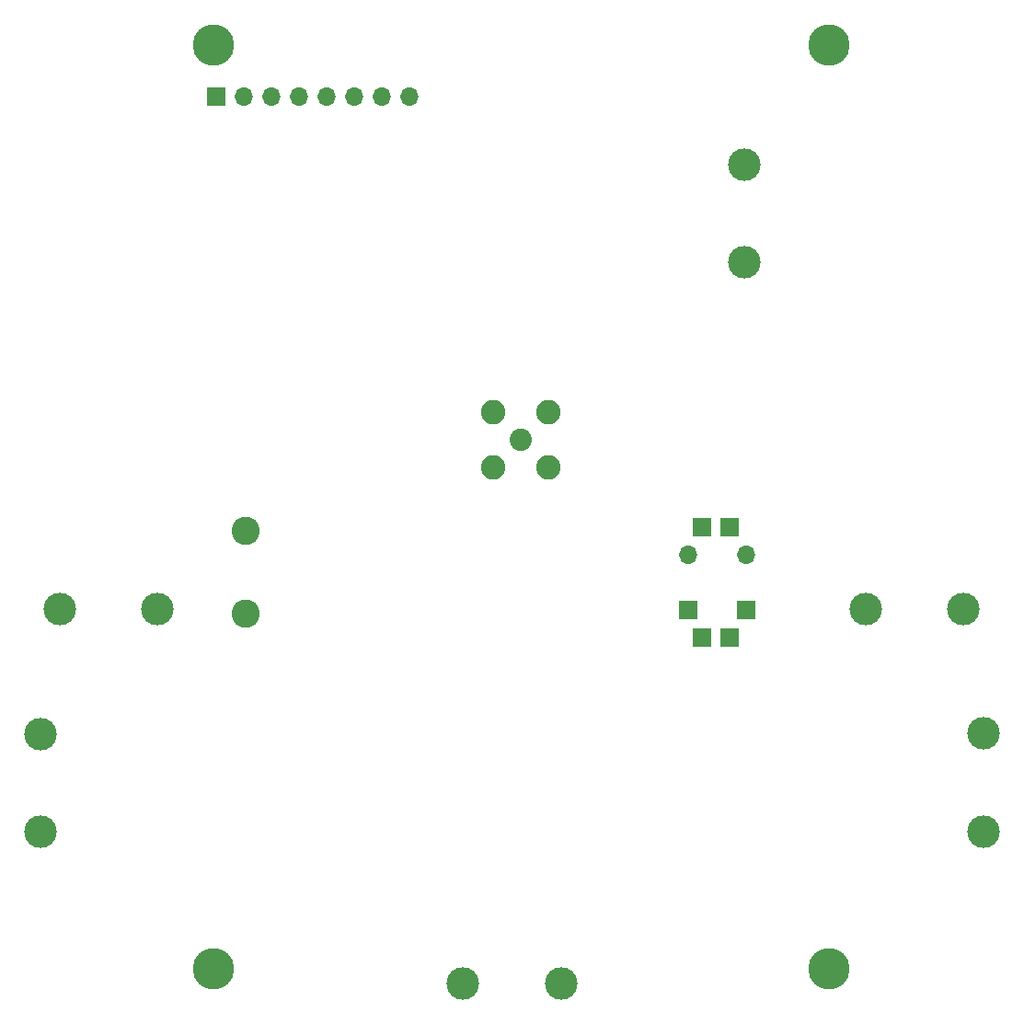
<source format=gbs>
G04 #@! TF.GenerationSoftware,KiCad,Pcbnew,(6.0.5)*
G04 #@! TF.CreationDate,2023-05-08T03:06:54-07:00*
G04 #@! TF.ProjectId,Z_Panels,5a5f5061-6e65-46c7-932e-6b696361645f,rev?*
G04 #@! TF.SameCoordinates,Original*
G04 #@! TF.FileFunction,Soldermask,Bot*
G04 #@! TF.FilePolarity,Negative*
%FSLAX46Y46*%
G04 Gerber Fmt 4.6, Leading zero omitted, Abs format (unit mm)*
G04 Created by KiCad (PCBNEW (6.0.5)) date 2023-05-08 03:06:54*
%MOMM*%
%LPD*%
G01*
G04 APERTURE LIST*
%ADD10C,3.000000*%
%ADD11C,3.800000*%
%ADD12C,2.600000*%
%ADD13R,1.700000X1.700000*%
%ADD14O,1.700000X1.700000*%
%ADD15C,2.050000*%
%ADD16C,2.250000*%
G04 APERTURE END LIST*
D10*
X150042000Y-97830000D03*
X141042000Y-97830000D03*
D11*
X155182000Y-45965600D03*
D12*
X155182000Y-45965600D03*
D13*
X202656000Y-100503000D03*
X200116000Y-100503000D03*
X198846000Y-97963000D03*
X204216000Y-97963000D03*
D14*
X204216000Y-92883000D03*
D13*
X202656000Y-90343000D03*
X200116000Y-90343000D03*
D14*
X198846000Y-92883000D03*
D10*
X187160000Y-132310000D03*
X178160000Y-132310000D03*
D12*
X158170000Y-90670000D03*
X158170000Y-98290000D03*
X211856000Y-45965600D03*
D11*
X211856000Y-45965600D03*
D10*
X204008000Y-56968000D03*
X204008000Y-65968000D03*
X226020000Y-109330000D03*
X226020000Y-118330000D03*
X224210000Y-97830000D03*
X215210000Y-97830000D03*
D11*
X211856000Y-130965600D03*
D12*
X211856000Y-130965600D03*
D10*
X139280000Y-118350000D03*
X139280000Y-109350000D03*
D12*
X155182000Y-130965600D03*
D11*
X155182000Y-130965600D03*
D13*
X155448000Y-50738000D03*
D14*
X157988000Y-50738000D03*
X160528000Y-50738000D03*
X163068000Y-50738000D03*
X165608000Y-50738000D03*
X168148000Y-50738000D03*
X170688000Y-50738000D03*
X173228000Y-50738000D03*
D15*
X183431443Y-82290965D03*
D16*
X185971443Y-79750965D03*
X180891443Y-84830965D03*
X185971443Y-84830965D03*
X180891443Y-79750965D03*
M02*

</source>
